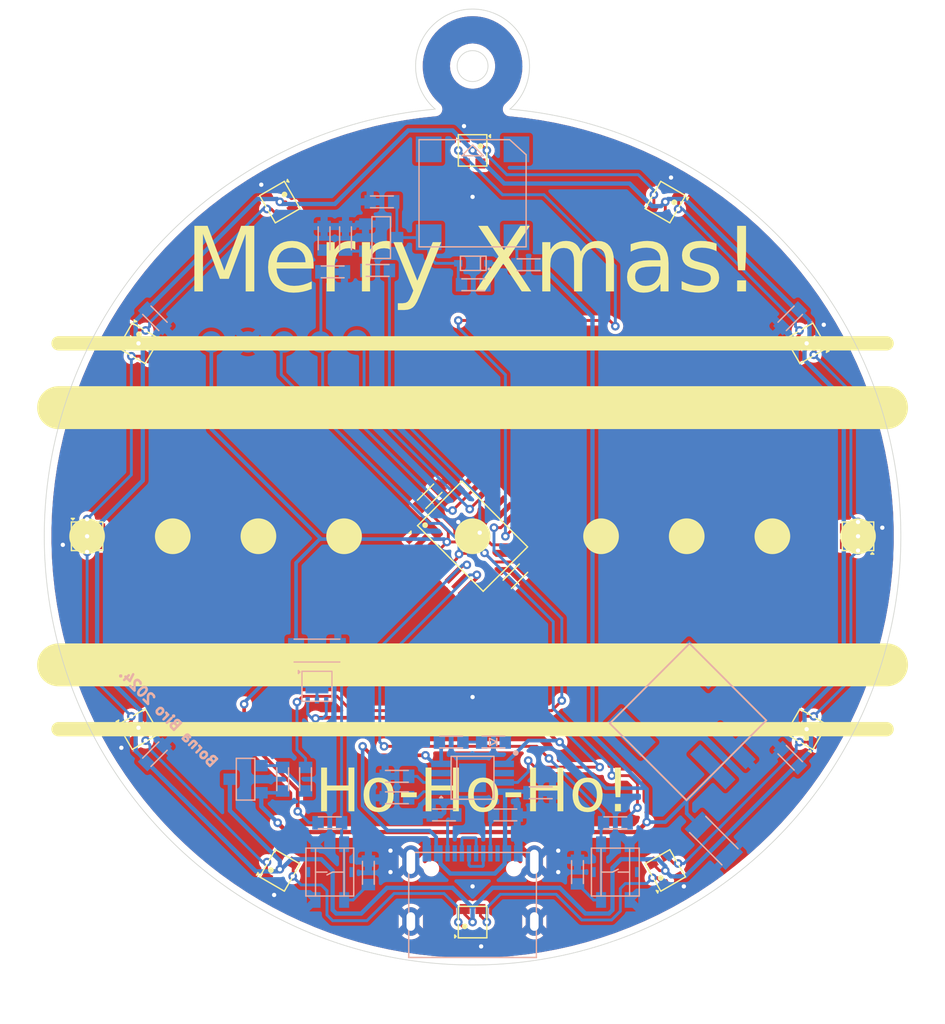
<source format=kicad_pcb>
(kicad_pcb (version 20240108) (generator "pcbnew") (generator_version "8.0")
  (layers (0 "F.Cu" signal) (31 "B.Cu" signal) (34 "B.Paste" user) (35 "F.Paste" user) (36 "B.SilkS" user "B.Silkscreen") (37 "F.SilkS" user "F.Silkscreen") (38 "B.Mask" user) (39 "F.Mask" user) (44 "Edge.Cuts" user))
  (net 0 "")
  (net 1 "GND")
  (net 2 "VDD")
  (net 3 "WS_SUPPLY")
  (net 4 "VBUS")
  (net 5 "Net-(CONN2-CC2)")
  (net 6 "Net-(CONN2-DP1)")
  (net 7 "Net-(CONN2-DN1)")
  (net 10 "Net-(CONN2-CC1)")
  (net 11 "Net-(IC1-PROG)")
  (net 12 "Net-(IC1-TEMP)")
  (net 14 "Net-(IC1-CHRG)")
  (net 15 "Net-(LED1-A)")
  (net 16 "/WS_DIN")
  (net 17 "Net-(LED2-DO)")
  (net 18 "Net-(LED3-DO)")
  (net 19 "Net-(LED4-DO)")
  (net 20 "Net-(LED5-DO)")
  (net 21 "Net-(LED6-DO)")
  (net 22 "Net-(C7-Pad2)")
  (net 23 "Net-(LED8-DO)")
  (net 24 "Net-(Q2-D)")
  (net 25 "Net-(Q2-G)")
  (net 26 "/BTN1")
  (net 27 "/BTN2")
  (net 28 "Net-(LED7-DO)")
  (net 30 "Net-(Q1-G)")
  (net 32 "/PERIPH_SUPPLY")
  (net 33 "/BUZZER")
  (net 35 "/RST")
  (net 37 "/SW_CLK")
  (net 38 "/SW_DIO")
  (net 48 "Net-(LED10-DI)")
  (net 49 "Net-(LED10-DO)")
  (net 50 "Net-(LED11-DO)")
  (net 51 "Net-(LED12-DO)")
  (net 53 "3V3")
  (footprint "Borna KiCAD Library:WS2812B-2020" (layer "F.Cu") (at 143.85 122.7 90)
    (property "Reference" "LED8")
    (property "Value" "WS2812B-2020")
  )
  (footprint "Borna KiCAD Library:WS2812B-2020" (layer "F.Cu") (at 120.467314 109.2 30)
    (property "Reference" "LED10")
    (property "Value" "WS2812B-2020")
  )
  (footprint "Borna KiCAD Library:WS2812B-2020" (layer "F.Cu") (at 167.232686 82.2 -150)
    (property "Reference" "LED4")
    (property "Value" "WS2812B-2020")
  )
  (footprint "Borna KiCAD Library:TSSOP20" (layer "F.Cu") (at 143.85 95.7 45)
    (property "Reference" "U1")
    (property "Value" "STM32C011F6")
  )
  (footprint "Borna KiCAD Library:R0603" (layer "F.Cu") (at 146.85 98.5 45)
    (property "Reference" "R13")
    (property "Value" "100k")
  )
  (footprint "Borna KiCAD Library:WS2812B-2020" (layer "F.Cu") (at 120.467314 82.2 -30)
    (property "Reference" "LED12")
    (property "Value" "WS2812B-2020")
  )
  (footprint "Borna KiCAD Library:WS2812B-2020" (layer "F.Cu") (at 116.85 95.7)
    (property "Reference" "LED11")
    (property "Value" "WS2812B-2020")
  )
  (footprint "Borna KiCAD Library:WS2812B-2020" (layer "F.Cu") (at 167.232686 109.2 150)
    (property "Reference" "LED6")
    (property "Value" "WS2812B-2020")
  )
  (footprint "Borna KiCAD Library:WS2812B-2020" (layer "F.Cu") (at 157.35 72.317314 -120)
    (property "Reference" "LED3")
    (property "Value" "WS2812B-2020")
  )
  (footprint "Borna KiCAD Library:C0603" (layer "F.Cu") (at 140.85 92.9 -135)
    (property "Reference" "C4")
    (property "Value" "100n")
  )
  (footprint "Borna KiCAD Library:WS2812B-2020" (layer "F.Cu") (at 130.35 72.317314 -60)
    (property "Reference" "LED13")
    (property "Value" "WS2812B-2020")
  )
  (footprint "Borna KiCAD Library:WS2812B-2020" (layer "F.Cu") (at 157.35 119.082686 120)
    (property "Reference" "LED7")
    (property "Value" "WS2812B-2020")
  )
  (footprint "Borna KiCAD Library:WS2812B-2020" (layer "F.Cu") (at 130.35 119.082686 60)
    (property "Reference" "LED9")
    (property "Value" "WS2812B-2020")
  )
  (footprint "Borna KiCAD Library:WS2812B-2020" (layer "F.Cu") (at 143.85 68.7 -90)
    (property "Reference" "LED2")
    (property "Value" "WS2812B-2020")
  )
  (footprint "Borna KiCAD Library:WS2812B-2020" (layer "F.Cu") (at 170.85 95.7 180)
    (property "Reference" "LED5")
    (property "Value" "WS2812B-2020")
  )
  (footprint "Borna KiCAD Library:TP-1_5mm" (layer "B.Cu") (at 133.19 82.1 180)
    (property "Reference" "TP3")
    (property "Value" "~")
  )
  (footprint "Borna KiCAD Library:TP-1_5mm" (layer "B.Cu") (at 125.55 82.1 180)
    (property "Reference" "TP2")
    (property "Value" "~")
  )
  (footprint "Borna KiCAD Library:C0603" (layer "B.Cu") (at 121.6 80.45 135)
    (property "Reference" "C12")
    (property "Value" "100n")
  )
  (footprint "Borna KiCAD Library:C0603" (layer "B.Cu") (at 148.625 113.65 180)
    (property "Reference" "C2")
    (property "Value" "100n")
  )
  (footprint "Borna KiCAD Library:R0603" (layer "B.Cu") (at 138.55 114)
    (property "Reference" "R2")
    (property "Value" "10k")
  )
  (footprint "Borna KiCAD Library:SOT-23-3L" (layer "B.Cu") (at 127.95 112.7 -90)
    (property "Reference" "Q1")
    (property "Value" "AO3401A")
  )
  (footprint "Borna KiCAD Library:TP-1_5mm" (layer "B.Cu") (at 130.65 82.1 180)
    (property "Reference" "TP5")
    (property "Value" "~")
  )
  (footprint "Borna KiCAD Library:JST_S2B-PH-SM4-TB" (layer "B.Cu") (at 161.381513 111.131513 -135)
    (property "Reference" "CONN1")
    (property "Value" "S2B-PH-SM4-TB")
  )
  (footprint "Borna KiCAD Library:R0603" (layer "B.Cu") (at 130.55 112.7 90)
    (property "Reference" "R6")
    (property "Value" "100k")
  )
  (footprint "Borna KiCAD Library:R0603" (layer "B.Cu") (at 142.35 110.1)
    (property "Reference" "R1")
    (property "Value" "10k")
  )
  (footprint "Borna KiCAD Library:C0603" (layer "B.Cu") (at 121.6 110.95 45)
    (property "Reference" "C5")
    (property "Value" "100n")
  )
  (footprint "Borna KiCAD Library:C1206" (layer "B.Cu") (at 132.95 103.7 180)
    (property "Reference" "C3")
    (property "Value" "10uF")
  )
  (footprint "Borna KiCAD Library:TP-1_5mm" (layer "B.Cu") (at 135.75 82 180)
    (property "Reference" "TP4")
    (property "Value" "~")
  )
  (footprint "Borna KiCAD Library:C0603" (layer "B.Cu") (at 137.5 72.3)
    (property "Reference" "C13")
    (property "Value" "DNP")
  )
  (footprint "Borna KiCAD Library:C1206" (layer "B.Cu") (at 160.75 117 135)
    (property "Reference" "C1")
    (property "Value" "10uF")
  )
  (footprint "Borna KiCAD Library:SOD323" (layer "B.Cu") (at 143.9 76.6)
    (property "Reference" "D1")
    (property "Value" "BAT20JFILM")
  )
  (footprint "Borna KiCAD Library:C0603" (layer "B.Cu") (at 151.2 119.2 -90)
    (property "Reference" "C9")
    (property "Value" "100n")
  )
  (footprint "Borna KiCAD Library:TYPE-C_16PIN_2MD(073)" (layer "B.Cu") (at 143.85 121.5 180)
    (property "Reference" "CONN2")
    (property "Value" "TYPE-C_16PIN_2MD(073)")
  )
  (footprint "Borna KiCAD Library:C0603" (layer "B.Cu") (at 133.45 74.85 -90)
    (property "Reference" "C8")
    (property "Value" "DNP")
  )
  (footprint "Borna KiCAD Library:C0603" (layer "B.Cu") (at 136.55 119.25 -90)
    (property "Reference" "C10")
    (property "Value" "100n")
  )
  (footprint "Borna KiCAD Library:R0603" (layer "B.Cu") (at 134.05 77.2)
    (property "Reference" "R14")
    (property "Value" "100k")
  )
  (footprint "Borna KiCAD Library:R0603" (layer "B.Cu") (at 137.2 77.1)
    (property "Reference" "R8")
    (property "Value" "100R")
  )
  (footprint "Borna KiCAD Library:EMSOP" (layer "B.Cu") (at 143.85 112.6)
    (property "Reference" "IC1")
    (property "Value" "TP4056-42")
  )
  (footprint "Borna KiCAD Library:R0603" (layer "B.Cu") (at 147.775 76.7 180)
    (property "Reference" "R10")
    (property "Value" "22R")
  )
  (footprint "Borna KiCAD Library:TSA007A1518B03" (layer "B.Cu") (at 133.85 119.2 -90)
    (property "Reference" "SW1")
    (property "Value" "BZCN_TSA007A1518B03")
  )
  (footprint "Borna KiCAD Library:WSON-6" (layer "B.Cu") (at 132.95 106.2 -90)
    (property "Reference" "U2")
    (property "Value" "TPS7A2633DRVR")
  )
  (footprint "Borna KiCAD Library:R0603" (layer "B.Cu") (at 138.55 112.5)
    (property "Reference" "R3")
    (property "Value" "10k")
  )
  (footprint "Borna KiCAD Library:SOT-23-3L" (layer "B.Cu") (at 137.45 74.8 90)
    (property "Reference" "Q2")
    (property "Value" "CJ3400")
  )
  (footprint "Borna KiCAD Library:R0603" (layer "B.Cu") (at 133.85 115.75)
    (property "Reference" "R12")
    (property "Value" "10k")
  )
  (footprint "Borna KiCAD Library:R0603" (layer "B.Cu") (at 153.85 115.75 180)
    (property "Reference" "R11")
    (property "Value" "10k")
  )
  (footprint "Borna KiCAD Library:LED_0603" (layer "B.Cu") (at 145.35 110.0965)
    (property "Reference" "LED1")
    (property "Value" "~")
  )
  (footprint "Borna KiCAD Library:R0603" (layer "B.Cu") (at 132.15 112.7 90)
    (property "Reference" "R7")
    (property "Value" "100R")
  )
  (footprint "Borna KiCAD Library:R0603" (layer "B.Cu") (at 134.95 74.85 90)
    (property "Reference" "R9")
    (property "Value" "100k")
  )
  (footprint "Borna KiCAD Library:TSA007A1518B03" (layer "B.Cu") (at 153.85 119.2 90)
    (property "Reference" "SW2")
    (property "Value" "BZCN_TSA007A1518B03")
  )
  (footprint "Borna KiCAD Library:C0603" (layer "B.Cu") (at 166.1 80.45 -135)
    (property "Reference" "C6")
    (property "Value" "100n")
  )
  (footprint "Borna KiCAD Library:R0603" (layer "B.Cu") (at 141.85 115.2)
    (property "Reference" "R5")
    (property "Value" "5k1")
  )
  (footprint "Borna KiCAD Library:C0603" (layer "B.Cu") (at 166.1 111.2 135)
    (property "Reference" "C11")
    (property "Value" "100n")
  )
  (footprint "Borna KiCAD Library:TP-1_5mm" (layer "B.Cu") (at 128.11 82.1 180)
    (property "Reference" "TP1")
    (property "Value" "~")
  )
  (footprint "Borna KiCAD Library:MTL-7525" (layer "B.Cu") (at 143.85 71.7 90)
    (property "Reference" "SPK1")
    (property "Value" "MLT-7525")
  )
  (footprint "Borna KiCAD Library:R0603" (layer "B.Cu") (at 146.15 115.2 180)
    (property "Reference" "R4")
    (property "Value" "5k1")
  )
  (footprint "Borna KiCAD Library:C0603" (layer "B.Cu") (at 143.9 78.1)
    (property "Reference" "C7")
    (property "Value" "10n")
  )
  (gr_circle (center 122.85 95.7) (end 124.05 95.7) (stroke (width 0.1)) (fill solid) (layer "F.SilkS"))
  (gr_line (start 114.85 104.7) (end 172.85 104.7) (stroke (width 3)) (layer "F.SilkS"))
  (gr_circle (center 170.85 95.7) (end 172.05 95.7) (stroke (width 0.1)) (fill solid) (layer "F.SilkS"))
  (gr_line (start 114.85 82.2) (end 172.85 82.2) (stroke (width 1)) (layer "F.SilkS"))
  (gr_circle (center 134.85 95.7) (end 136.05 95.7) (stroke (width 0.1)) (fill solid) (layer "F.SilkS"))
  (gr_circle (center 143.85 95.7) (end 145.05 95.7) (stroke (width 0.1)) (fill solid) (layer "F.SilkS"))
  (gr_circle (center 152.85 95.7) (end 154.05 95.7) (stroke (width 0.1)) (fill solid) (layer "F.SilkS"))
  (gr_line (start 114.85 109.2) (end 172.85 109.2) (stroke (width 1)) (layer "F.SilkS"))
  (gr_line (start 114.85 86.7) (end 172.85 86.7) (stroke (width 3)) (layer "F.SilkS"))
  (gr_circle (center 158.85 95.7) (end 160.05 95.7) (stroke (width 0.1)) (fill solid) (layer "F.SilkS"))
  (gr_circle (center 128.85 95.7) (end 130.05 95.7) (stroke (width 0.1)) (fill solid) (layer "F.SilkS"))
  (gr_circle (center 116.85 95.7) (end 118.05 95.7) (stroke (width 0.1)) (fill solid) (layer "F.SilkS"))
  (gr_circle (center 164.85 95.7) (end 166.05 95.7) (stroke (width 0.1)) (fill solid) (layer "F.SilkS"))
  (gr_arc (start 146.46467 65.8142) (mid 143.85 125.699987) (end 141.23533 65.8142) (stroke (width 0.05)) (layer "Edge.Cuts"))
  (gr_arc (start 141.23533 65.814199) (mid 143.849999 58.809775) (end 146.464671 65.814198) (stroke (width 0.05)) (layer "Edge.Cuts"))
  (gr_circle (center 143.85 62.8) (end 144.75 63.4) (stroke (width 0.05)) (fill none) (layer "Edge.Cuts"))
  (gr_text "Borna Biro 2024." (at 122.25 108.7 315) (layer "B.SilkS") (effects (font (size 0.7 0.7) (thickness 0.175) (bold yes)) (justify bottom mirror)))
  (gr_text "Merry Xmas!" (at 143.85 76.7 0) (layer "F.SilkS") (effects (font (size 4.5 4.5) (thickness 0.1))))
  (gr_text "Ho-Ho-Ho!" (at 143.85 113.7 0) (layer "F.SilkS") (effects (font (size 3 3) (thickness 0.1))))
  (via (at 129.05 71.1) (size 0.6) (drill 0.3) (layers "F.Cu" "B.Cu") (net 1))
  (via (at 168.45 80.9) (size 0.6) (drill 0.3) (layers "F.Cu" "B.Cu") (net 1))
  (via (at 115.15 96.3) (size 0.6) (drill 0.3) (layers "F.Cu" "B.Cu") (net 1))
  (via (at 172.55 95.1) (size 0.6) (drill 0.3) (layers "F.Cu" "B.Cu") (net 1))
  (via (at 157.75 70.6) (size 0.6) (drill 0.3) (layers "F.Cu" "B.Cu") (net 1))
  (via (at 138.1 117.7) (size 0.6) (drill 0.3) (layers "F.Cu" "B.Cu") (net 1))
  (via (at 138.1 119.2) (size 0.6) (drill 0.3) (layers "F.Cu" "B.Cu") (net 1))
  (via (at 143.85 120.2) (size 0.6) (drill 0.3) (layers "F.Cu" "B.Cu") (net 1))
  (via (at 149.85 119.2) (size 0.6) (drill 0.3) (layers "F.Cu" "B.Cu") (net 1))
  (via (at 158.65 120.2) (size 0.6) (drill 0.3) (layers "F.Cu" "B.Cu") (net 1))
  (via (at 119.25 110.5) (size 0.6) (drill 0.3) (layers "F.Cu" "B.Cu") (net 1))
  (via (at 149.85 117.7) (size 0.6) (drill 0.3) (layers "F.Cu" "B.Cu") (net 1))
  (via (at 144.45 124.4) (size 0.6) (drill 0.3) (layers "F.Cu" "B.Cu") (net 1))
  (via (at 143.25 67) (size 0.6) (drill 0.3) (layers "F.Cu" "B.Cu") (net 1))
  (via (at 142.85 94.7) (size 0.6) (drill 0.3) (layers "F.Cu" "B.Cu") (net 1))
  (via (at 143.85 71.95) (size 0.6) (drill 0.3) (layers "F.Cu" "B.Cu") (net 1))
  (via (at 143.85 106.95) (size 0.6) (drill 0.3) (layers "F.Cu" "B.Cu") (net 1))
  (via (at 129.95 120.8) (size 0.6) (drill 0.3) (layers "F.Cu" "B.Cu") (net 1))
  (segment (start 133.35 106.2) (end 134.1 106.2) (width 0.2) (layer "B.Cu") (net 1))
  (segment (start 132.95 106.2) (end 132.6 106.2) (width 0.2) (layer "B.Cu") (net 1))
  (segment (start 132.6 106.2) (end 131.85 106.2) (width 0.2) (layer "B.Cu") (net 1))
  (segment (start 132.95 106.2) (end 133.35 106.2) (width 0.2) (layer "B.Cu") (net 1))
  (segment (start 141.65 112.275) (end 140.675 112.275) (width 0.3) (layer "B.Cu") (net 1))
  (segment (start 140.675 112.275) (end 140.65 112.3) (width 0.3) (layer "B.Cu") (net 1))
  (segment (start 132.95 107.175) (end 132.95 106.2) (width 0.2) (layer "B.Cu") (net 1))
  (segment (start 122.114471 110.315942) (end 122.114471 110.3375) (width 0.2) (layer "B.Cu") (net 1))
  (segment (start 132.9 108.4) (end 148.1255 108.4) (width 0.256) (layer "F.Cu") (net 2))
  (segment (start 130.85 116.4) (end 155.35 116.4) (width 0.3) (layer "F.Cu") (net 2))
  (segment (start 149.8255 110.1) (end 149.95 110.1) (width 0.256) (layer "F.Cu") (net 2))
  (segment (start 148.1255 108.4) (end 149.8255 110.1) (width 0.256) (layer "F.Cu") (net 2))
  (segment (start 132.85 108.45) (end 132.9 108.4) (width 0.256) (layer "F.Cu") (net 2))
  (segment (start 155.35 116.4) (end 156.05 115.7) (width 0.3) (layer "F.Cu") (net 2))
  (segment (start 130.2 115.75) (end 130.85 116.4) (width 0.3) (layer "F.Cu") (net 2))
  (via (at 156.05 115.7) (size 0.6) (drill 0.3) (layers "F.Cu" "B.Cu") (net 2))
  (via (at 132.85 108.45) (size 0.6) (drill 0.3) (layers "F.Cu" "B.Cu") (net 2))
  (via (at 130.2 115.75) (size 0.6) (drill 0.3) (layers "F.Cu" "B.Cu") (net 2))
  (via (at 149.95 110.1) (size 0.6) (drill 0.3) (layers "F.Cu" "B.Cu") (net 2))
  (segment (start 132.85 108.45) (end 132.6 108.45) (width 0.2) (layer "B.Cu") (net 2))
  (segment (start 160.674406 111.83862) (end 160.674406 112.375594) (width 0.256) (layer "B.Cu") (net 2))
  (segment (start 148.6 76.7) (end 152.25 80.35) (width 0.3) (layer "B.Cu") (net 2))
  (segment (start 132.85 108.45) (end 133.35 108.45) (width 0.2) (layer "B.Cu") (net 2))
  (segment (start 152.25 80.35) (end 152.25 109.6) (width 0.3) (layer "B.Cu") (net 2))
  (segment (start 132.3 108.15) (end 132.3 107.175) (width 0.2) (layer "B.Cu") (net 2))
  (segment (start 156.05 115.7) (end 157.35 115.7) (width 0.256) (layer "B.Cu") (net 2))
  (segment (start 133.6 108.2) (end 133.6 107.175) (width 0.2) (layer "B.Cu") (net 2))
  (segment (start 156 115.75) (end 156.05 115.7) (width 0.256) (layer "B.Cu") (net 2))
  (segment (start 146.05 111.625) (end 146.125 111.625) (width 0.256) (layer "B.Cu") (net 2))
  (segment (start 155.978 113.328) (end 156.05 113.4) (width 0.256) (layer "B.Cu") (net 2))
  (segment (start 157.35 115.7) (end 158.85 114.2) (width 0.256) (layer "B.Cu") (net 2))
  (segment (start 156.05 113.4) (end 156.05 115.7) (width 0.3) (layer "B.Cu") (net 2))
  (segment (start 149.95 110.1) (end 153.178 113.328) (width 0.256) (layer "B.Cu") (net 2))
  (segment (start 129.05 114.6) (end 129.05 113.649999) (width 0.3) (layer "B.Cu") (net 2))
  (segment (start 149.85 110) (end 149.95 110.1) (width 0.256) (layer "B.Cu") (net 2))
  (segment (start 130.2 115.75) (end 129.05 114.6) (width 0.3) (layer "B.Cu") (net 2))
  (segment (start 158.85 115.1) (end 159.715856 115.965856) (width 0.256) (layer "B.Cu") (net 2))
  (segment (start 160.674406 112.375594) (end 158.85 114.2) (width 0.256) (layer "B.Cu") (net 2))
  (segment (start 130.2 115.75) (end 130.25 115.75) (width 0.256) (layer "B.Cu") (net 2))
  (segment (start 147.75 110) (end 149.85 110) (width 0.256) (layer "B.Cu") (net 2))
  (segment (start 133.35 108.45) (end 133.6 108.2) (width 0.2) (layer "B.Cu") (net 2))
  (segment (start 132.6 108.45) (end 132.3 108.15) (width 0.2) (layer "B.Cu") (net 2))
  (segment (start 158.85 114.2) (end 158.85 115.1) (width 0.256) (layer "B.Cu") (net 2))
  (segment (start 130.425001 113.649999) (end 130.55 113.525) (width 0.256) (layer "B.Cu") (net 2))
  (segment (start 129.05 113.649999) (end 130.425001 113.649999) (width 0.256) (layer "B.Cu") (net 2))
  (segment (start 152.25 109.6) (end 156.05 113.4) (width 0.3) (layer "B.Cu") (net 2))
  (segment (start 153.178 113.328) (end 155.978 113.328) (width 0.256) (layer "B.Cu") (net 2))
  (segment (start 146.125 111.625) (end 147.75 110) (width 0.256) (layer "B.Cu") (net 2))
  (segment (start 117.765 95.15) (end 117.4 95.15) (width 0.2) (layer "F.Cu") (net 3))
  (segment (start 120.45 109.1) (end 120.45 108.800913) (width 0.2) (layer "F.Cu") (net 3))
  (segment (start 167.25 82.2) (end 167.25 82.599087) (width 0.2) (layer "F.Cu") (net 3))
  (segment (start 130.35 118.034087) (end 130.331186 118.015273) (width 0.2) (layer "F.Cu") (net 3))
  (segment (start 130.35 119) (end 130.35 118.034087) (width 0.2) (layer "F.Cu") (net 3))
  (segment (start 167.231186 109.218814) (end 167.25 109.2) (width 0.2) (layer "F.Cu") (net 3))
  (segment (start 156.950913 119.1) (end 156.416186 118.565273) (width 0.2) (layer "F.Cu") (net 3))
  (segment (start 169.935 96.25) (end 170.3 96.25) (width 0.2) (layer "F.Cu") (net 3))
  (segment (start 117.4 95.15) (end 116.85 95.7) (width 0.2) (layer "F.Cu") (net 3))
  (segment (start 157.35 119.1) (end 156.950913 119.1) (width 0.2) (layer "F.Cu") (net 3))
  (segment (start 143.85 68.7) (end 144.4 69.25) (width 0.2) (layer "F.Cu") (net 3))
  (segment (start 121.534727 82.181186) (end 120.468814 82.181186) (width 0.2) (layer "F.Cu") (net 3))
  (segment (start 167.25 82.599087) (end 166.715273 83.133814) (width 0.2) (layer "F.Cu") (net 3))
  (segment (start 144.4 69.25) (end 144.4 69.615) (width 0.2) (layer "F.Cu") (net 3))
  (segment (start 166.165273 109.218814) (end 167.231186 109.218814) (width 0.2) (layer "F.Cu") (net 3))
  (segment (start 130.749087 72.3) (end 131.283814 72.834727) (width 0.2) (layer "F.Cu") (net 3))
  (segment (start 157.35 73.365913) (end 157.368814 73.384727) (width 0.2) (layer "F.Cu") (net 3))
  (segment (start 120.468814 82.181186) (end 120.45 82.2) (width 0.2) (layer "F.Cu") (net 3))
  (segment (start 130.35 72.3) (end 130.749087 72.3) (width 0.2) (layer "F.Cu") (net 3))
  (segment (start 170.3 96.25) (end 170.85 95.7) (width 0.2) (layer "F.Cu") (net 3))
  (segment (start 143.85 122.7) (end 143.3 122.15) (width 0.2) (layer "F.Cu") (net 3))
  (segment (start 143.3 122.15) (end 143.3 121.785) (width 0.2) (layer "F.Cu") (net 3))
  (segment (start 157.35 72.3) (end 157.35 73.365913) (width 0.2) (layer "F.Cu") (net 3))
  (segment (start 120.45 108.800913) (end 120.984727 108.266186) (width 0.2) (layer "F.Cu") (net 3))
  (via (at 170.85 95.7) (size 0.6) (drill 0.3) (layers "F.Cu" "B.Cu") (net 3))
  (via (at 120.45 82.2) (size 0.6) (drill 0.3) (layers "F.Cu" "B.Cu") (net 3))
  (via (at 143.85 122.7) (size 0.6) (drill 0.3) (layers "F.Cu" "B.Cu") (net 3))
  (via (at 130.35 119) (size 0.6) (drill 0.3) (layers "F.Cu" "B.Cu") (net 3))
  (via (at 130.35 72.3) (size 0.6) (drill 0.3) (layers "F.Cu" "B.Cu") (net 3))
  (via (at 116.85 95.7) (size 0.6) (drill 0.3) (layers "F.Cu" "B.Cu") (net 3))
  (via (at 157.35 72.3) (size 0.6) (drill 0.3) (layers "F.Cu" "B.Cu") (net 3))
  (via (at 120.45 109.1) (size 0.6) (drill 0.3) (layers "F.Cu" "B.Cu") (net 3))
  (via (at 167.25 109.2) (size 0.6) (drill 0.3) (layers "F.Cu" "B.Cu") (net 3))
  (via (at 143.85 68.7) (size 0.6) (drill 0.3) (layers "F.Cu" "B.Cu") (net 3))
  (via (at 157.35 119.1) (size 0.6) (drill 0.3) (layers "F.Cu" "B.Cu") (net 3))
  (via (at 167.25 82.2) (size 0.6) (drill 0.3) (layers "F.Cu" "B.Cu") (net 3))
  (segment (start 130.5 72.45) (end 130.35 72.3) (width 0.3) (layer "B.Cu") (net 3))
  (segment (start 158.75 72.1) (end 166.8375 80.1875) (width 0.3) (layer "B.Cu") (net 3))
  (segment (start 120.25 80.623029) (end 120.685529 80.1875) (width 0.3) (layer "B.Cu") (net 3))
  (segment (start 120.75 91.8) (end 116.85 95.7) (width 0.3) (layer "B.Cu") (net 3))
  (segment (start 156.430761 72.6) (end 154.85 71.019239) (width 0.3) (layer "B.Cu") (net 3))
  (segment (start 157.35 72.3) (end 157.05 72.6) (width 0.3) (layer "B.Cu") (net 3))
  (segment (start 167.064471 111.185529) (end 167.064471 111.1625) (width 0.2) (layer "B.Cu") (net 3))
  (segment (start 130.2 119.15) (end 128.673028 119.15) (width 0.3) (layer "B.Cu") (net 3))
  (segment (start 134.05 119.1) (end 133.25 118.3) (width 0.3) (layer "B.Cu") (net 3))
  (segment (start 167.362194 80.535224) (end 167.01447 80.1875) (width 0.2) (layer "B.Cu") (net 3))
  (segment (start 157.35 119.1) (end 157.75 119.5) (width 0.3) (layer "B.Cu") (net 3))
  (segment (start 120.25 110.726971) (end 120.337805 110.814776) (width 0.3) (layer "B.Cu") (net 3))
  (segment (start 170.85 95.7) (end 169.85 94.7) (width 0.3) (layer "B.Cu") (net 3))
  (segment (start 130.35 119) (end 130.2 119.15) (width 0.3) (layer "B.Cu") (net 3))
  (segment (start 134.2 72.45) (end 130.5 72.45) (width 0.3) (layer "B.Cu") (net 3))
  (segment (start 153.65 121.85) (end 153.65 118.9) (width 0.3) (layer "B.Cu") (net 3))
  (segment (start 120.55 82.3) (end 120.75 82.5) (width 0.3) (layer "B.Cu") (net 3))
  (segment (start 130.35 118.4) (end 130.35 119) (width 0.3) (layer "B.Cu") (net 3))
  (segment (start 167.1 108.025735) (end 167.1 109.05) (width 0.3) (layer "B.Cu") (net 3))
  (segment (start 154.85 71.019239) (end 146.069239 71.019239) (width 0.3) (layer "B.Cu") (net 3))
  (segment (start 167.362194 81.987806) (end 167.45 81.9) (width 0.3) (layer "B.Cu") (net 3))
  (segment (start 167.1 83.35) (end 167.1 82.35) (width 0.3) (layer "B.Cu") (net 3))
  (segment (start 134.3 122.1) (end 134.05 121.85) (width 0.3) (layer "B.Cu") (net 3))
  (segment (start 167.15 82.3) (end 167.25 82.2) (width 0.2) (layer "B.Cu") (net 3))
  (segment (start 128.623028 119.1) (end 128.586514 119.063486) (width 0.2) (layer "B.Cu") (net 3))
  (segment (start 143.85 68.7) (end 143.85 68.8) (width 0.2) (layer "B.Cu") (net 3))
  (segment (start 120.337805 109.212195) (end 120.25 109.3) (width 0.3) (layer "B.Cu") (net 3))
  (segment (start 134.05 121.85) (end 134.05 119.1) (width 0.3) (layer "B.Cu") (net 3))
  (segment (start 139.35 67.3) (end 134.2 72.45) (width 0.3) (layer "B.Cu") (net 3))
  (segment (start 157.55 72.1) (end 158.75 72.1) (width 0.3) (layer "B.Cu") (net 3))
  (segment (start 143.85 121.7) (end 142.45 120.3) (width 0.3) (layer "B.Cu") (net 3))
  (segment (start 126.850001 114.900001) (end 130.35 118.4) (width 0.3) (layer "B.Cu") (net 3))
  (segment (start 120.45 82.2) (end 120.35 82.1) (width 0.2) (layer "B.Cu") (net 3))
  (segment (start 120.25 82) (end 120.25 80.623029) (width 0.3) (layer "B.Cu") (net 3))
  (segment (start 142.45 120.3) (end 137.85 120.3) (width 0.3) (layer "B.Cu") (net 3))
  (segment (start 120.685529 80.1875) (end 128.773029 72.1) (width 0.3) (layer "B.Cu") (net 3))
  (segment (start 131.15 118.3) (end 130.45 119) (width 0.3) (layer "B.Cu") (net 3))
  (segment (start 151.75 122.1) (end 153.4 122.1) (width 0.3) (layer "B.Cu") (net 3))
  (segment (start 130.15 72.1) (end 130.25 72.2) (width 0.3) (layer "B.Cu") (net 3))
  (segment (start 143.85 68.7) (end 142.45 67.3) (width 0.3) (layer "B.Cu") (net 3))
  (segment (start 167.35 80.52303) (end 167.01447 80.1875) (width 0.3) (layer "B.Cu") (net 3))
  (segment (start 149.95 120.3) (end 151.75 122.1) (width 0.3) (layer "B.Cu") (net 3))
  (segment (start 157.05 72.6) (end 156.430761 72.6) (width 0.3) (layer "B.Cu") (net 3))
  (segment (start 167.25 82.1) (end 167.362194 81.987806) (width 0.2) (layer "B.Cu") (net 3))
  (segment (start 156.85 118.3) (end 157.35 118.8) (width 0.3) (layer "B.Cu") (net 3))
  (segment (start 120.45 82.2) (end 120.55 82.3) (width 0.2) (layer "B.Cu") (net 3))
  (segment (start 137.85 120.3) (end 136.05 122.1) (width 0.3) (layer "B.Cu") (net 3))
  (segment (start 133.25 118.3) (end 131.15 118.3) (width 0.3) (layer "B.Cu") (net 3))
  (segment (start 167.25 109.2) (end 167.15 109.1) (width 0.2) (layer "B.Cu") (net 3))
  (segment (start 167.064471 111.1625) (end 167.55 110.676971) (width 0.3) (layer "B.Cu") (net 3))
  (segment (start 120.6 107.901471) (end 120.6 108.95) (width 0.3) (layer "B.Cu") (net 3))
  (segment (start 167.1 109.05) (end 167.25 109.2) (width 0.3) (layer "B.Cu") (net 3))
  (segment (start 158.75 119.5) (end 167.064471 111.185529) (width 0.3) (layer "B.Cu") (net 3))
  (segment (start 143.85 122.7) (end 143.85 121.7) (width 0.3) (layer "B.Cu") (net 3))
  (segment (start 120.25 109.3) (end 120.25 110.726971) (width 0.3) (layer "B.Cu") (net 3))
  (segment (start 117.55 96.4) (end 116.85 95.7) (width 0.3) (layer "B.Cu") (net 3))
  (segment (start 142.45 67.3) (end 139.35 67.3) (width 0.3) (layer "B.Cu") (net 3))
  (segment (start 153.4 122.1) (end 153.65 121.85) (width 0.3) (layer "B.Cu") (net 3))
  (segment (start 145.25 120.3) (end 149.95 120.3) (width 0.3) (layer "B.Cu") (net 3))
  (segment (start 120.75 82.5) (end 120.75 91.8) (width 0.3) (layer "B.Cu") (net 3))
  (segment (start 153.65 118.9) (end 154.25 118.3) (width 0.3) (layer "B.Cu") (net 3))
  (segment (start 128.673028 119.15) (end 128.586514 119.063486) (width 0.3) (layer "B.Cu") (net 3))
  (segment (start 120.35 82.1) (end 120.25 82) (width 0.3) (layer "B.Cu") (net 3))
  (segment (start 157.75 119.5) (end 158.75 119.5) (width 0.3) (layer "B.Cu") (net 3))
  (segment (start 169.85 94.7) (end 169.85 86.1) (width 0.3) (layer "B.Cu") (net 3))
  (segment (start 120.6 108.95) (end 120.45 109.1) (width 0.3) (layer "B.Cu") (net 3))
  (segment (start 167.45 81.9) (end 167.45 80.62303) (width 0.3) (layer "B.Cu") (net 3))
  (segment (start 128.773029 72.1) (end 130.15 72.1) (width 0.3) (layer "B.Cu") (net 3))
  (segment (start 167.1 82.35) (end 167.25 82.2) (width 0.3) (layer "B.Cu") (net 3))
  (segment (start 169.85 86.1) (end 167.1 83.35) (width 0.3) (layer "B.Cu") (net 3))
  (segment (start 157.45 72.2) (end 157.55 72.1) (width 0.3) (layer "B.Cu") (net 3))
  (segment (start 167.45 80.62303) (end 167.362194 80.535224) (width 0.3) (layer "B.Cu") (net 3))
  (segment (start 120.685529 111.1625) (end 128.586514 119.063486) (width 0.3) (layer "B.Cu") (net 3))
  (segment (start 117.55 104.851471) (end 117.55 96.4) (width 0.3) (layer "B.Cu") (net 3))
  (segment (start 143.85 122.7) (end 143.75 122.7) (width 0.2) (layer "B.Cu") (net 3))
  (segment (start 120.45 109.1) (end 120.55 109) (width 0.2) (layer "B.Cu") (net 3))
  (segment (start 167.25 82.2) (end 167.25 82.1) (width 0.2) (layer "B.Cu") (net 3))
  (segment (start 136.05 122.1) (end 134.3 122.1) (width 0.3) (layer "B.Cu") (net 3))
  (segment (start 167.55 110.676971) (end 167.55 109.5) (width 0.3) (layer "B.Cu") (net 3))
  (segment (start 169.85 105.275735) (end 167.1 108.025735) (width 0.3) (layer "B.Cu") (net 3))
  (segment (start 166.8375 80.1875) (end 167.01447 80.1875) (width 0.2) (layer "B.Cu") (net 3))
  (segment (start 120.45 109.1) (end 120.337805 109.212195) (width 0.2) (layer "B.Cu") (net 3))
  (segment (start 157.35 118.8) (end 157.35 119.1) (width 0.3) (layer "B.Cu") (net 3))
  (segment (start 143.85 121.7) (end 145.25 120.3) (width 0.3) (layer "B.Cu") (net 3))
  (segment (start 130.35 72.3) (end 130.45 72.4) (width 0.2) (layer "B.Cu") (net 3))
  (segment (start 157.25 72.4) (end 157.35 72.3) (width 0.2) (layer "B.Cu") (net 3))
  (segment (start 120.337805 110.814776) (end 120.685529 111.1625) (width 0.256) (layer "B.Cu") (net 3))
  (segment (start 130.35 119) (end 130.45 119) (width 0.2) (layer "B.Cu") (net 3))
  (segment (start 116.85 95.7) (end 116.85 95.9) (width 0.2) (layer "B.Cu") (net 3))
  (segment (start 157.35 72.3) (end 157.45 72.2) (width 0.2) (layer "B.Cu") (net 3))
  (segment (start 117.55 104.851471) (end 120.6 107.901471) (width 0.3) (layer "B.Cu") (net 3))
  (segment (start 169.85 94.7) (end 169.85 105.275735) (width 0.3) (layer "B.Cu") (net 3))
  (segment (start 126.850001 112.7) (end 126.850001 114.900001) (width 0.3) (layer "B.Cu") (net 3))
  (segment (start 154.25 118.3) (end 156.85 118.3) (width 0.3) (layer "B.Cu") (net 3))
  (segment (start 130.25 72.2) (end 130.35 72.3) (width 0.2) (layer "B.Cu") (net 3))
  (segment (start 146.069239 71.019239) (end 143.85 68.8) (width 0.3) (layer "B.Cu") (net 3))
  (segment (start 167.55 109.5) (end 167.25 109.2) (width 0.3) (layer "B.Cu") (net 3))
  (segment (start 140.55 111.028) (end 136.778 111.028) (width 0.256) (layer "F.Cu") (net 4))
  (segment (start 136.778 111.028) (end 136.15 110.4) (width 0.256) (layer "F.Cu") (net 4))
  (via (at 136.15 110.4) (size 0.6) (drill 0.3) (layers "F.Cu" "B.Cu") (net 4))
  (via (at 140.55 111.028) (size 0.6) (drill 0.3) (layers "F.Cu" "B.Cu") (net 4))
  (segment (start 140.55 111.028) (end 141.147 111.625) (width 0.256) (layer "B.Cu") (net 4))
  (segment (start 146.1 117.89) (end 146.1 118.610051) (width 0.3) (layer "B.Cu") (net 4))
  (segment (start 140.85 116.3) (end 141.3 116.75) (width 0.256) (layer "B.Cu") (net 4))
  (segment (start 145.410051 119.3) (end 142.289949 119.3) (width 0.3) (layer "B.Cu") (net 4))
  (segment (start 146.125 113.65) (end 146.125 117.865) (width 0.3) (layer "B.Cu") (net 4))
  (segment (start 146.05 113.575) (end 147.725 113.575) (width 0.3) (layer "B.Cu") (net 4))
  (segment (start 136.15 110.4) (end 136.15 114.55) (width 0.256) (layer "B.Cu") (net 4))
  (segment (start 136.15 114.55) (end 137.9 116.3) (width 0.256) (layer "B.Cu") (net 4))
  (segment (start 146.1 118.610051) (end 145.410051 119.3) (width 0.3) (layer "B.Cu") (net 4))
  (segment (start 141.147 111.625) (end 141.65 111.625) (width 0.256) (layer "B.Cu") (net 4))
  (segment (start 146.125 117.865) (end 146.1 117.89) (width 0.3) (layer "B.Cu") (net 4))
  (segment (start 141.6 118.610051) (end 141.6 117.89) (width 0.3) (layer "B.Cu") (net 4))
  (segment (start 147.725 113.575) (end 147.8 113.65) (width 0.3) (layer "B.Cu") (net 4))
  (segment (start 146.05 113.575) (end 146.125 113.65) (width 0.3) (layer "B.Cu") (net 4))
  (segment (start 141.3 116.75) (end 141.3 117.89) (width 0.256) (layer "B.Cu") (net 4))
  (segment (start 142.289949 119.3) (end 141.6 118.610051) (width 0.3) (layer "B.Cu") (net 4))
  (segment (start 141.65 110.15) (end 141.6 110.1) (width 0.256) (layer "B.Cu") (net 4))
  (segment (start 137.9 116.3) (end 140.85 116.3) (width 0.256) (layer "B.Cu") (net 4))
  (segment (start 141.65 111.625) (end 141.65 110.15) (width 0.256) (layer "B.Cu") (net 4))
  (segment (start 142.15 115.5) (end 142.1 115.55) (width 0.256) (layer "B.Cu") (net 5))
  (segment (start 142.1 115.55) (end 142.1 117.89) (width 0.2) (layer "B.Cu") (net 5))
  (segment (start 143.1 116.85) (end 143.1 117.89) (width 0.2) (layer "B.Cu") (net 6))
  (segment (start 144.1 116.85) (end 144.05 116.8) (width 0.2) (layer "B.Cu") (net 6))
  (segment (start 143.15 116.8) (end 143.1 116.85) (width 0.2) (layer "B.Cu") (net 6))
  (segment (start 144.1 117.89) (end 144.1 116.85) (width 0.2) (layer "B.Cu") (net 6))
  (segment (start 144.05 116.8) (end 143.15 116.8) (width 0.2) (layer "B.Cu") (net 6))
  (segment (start 143.69 118.8) (end 143.6 118.71) (width 0.2) (layer "B.Cu") (net 7))
  (segment (start 143.6 118.71) (end 143.6 117.89) (width 0.2) (layer "B.Cu") (net 7))
  (segment (start 144.6 118.75) (end 144.55 118.8) (width 0.2) (layer "B.Cu") (net 7))
  (segment (start 144.55 118.8) (end 143.69 118.8) (width 0.2) (layer "B.Cu") (net 7))
  (segment (start 144.6 117.89) (end 144.6 118.75) (width 0.2) (layer "B.Cu") (net 7))
  (segment (start 145.1 117.89) (end 145.1 115.775) (width 0.2) (layer "B.Cu") (net 10))
  (segment (start 145.1 115.775) (end 145.375 115.5) (width 0.256) (layer "B.Cu") (net 10))
  (segment (start 140.4 112.925) (end 139.975 112.5) (width 0.2) (layer "B.Cu") (net 11))
  (segment (start 139.975 112.5) (end 139.375 112.5) (width 0.2) (layer "B.Cu") (net 11))
  (segment (start 141.65 112.925) (end 140.4 112.925) (width 0.2) (layer "B.Cu") (net 11))
  (segment (start 141.65 113.575) (end 140.425 113.575) (width 0.2) (layer "B.Cu") (net 12))
  (segment (start 140 114) (end 139.375 114) (width 0.2) (layer "B.Cu") (net 12))
  (segment (start 140.425 113.575) (end 140 114) (width 0.2) (layer "B.Cu") (net 12))
  (segment (start 148.206 111.856) (end 147.75 111.4) (width 0.2) (layer "F.Cu") (net 14))
  (segment (start 152.756 111.856) (end 148.206 111.856) (width 0.2) (layer "F.Cu") (net 14))
  (via (at 152.756 111.856) (size 0.6) (drill 0.3) (layers "F.Cu" "B.Cu") (net 14))
  (via (at 147.75 111.4) (size 0.6) (drill 0.3) (layers "F.Cu" "B.Cu") (net 14))
  (segment (start 152.756 111.806) (end 150.45 109.5) (width 0.2) (layer "B.Cu") (net 14))
  (segment (start 152.756 111.856) (end 152.756 111.806) (width 0.2) (layer "B.Cu") (net 14))
  (segment (start 147.75 111.4) (end 147.75 112.181) (width 0.2) (layer "B.Cu") (net 14))
  (segment (start 146.65 109.5) (end 146.2215 109.9285) (width 0.2) (layer "B.Cu") (net 14))
  (segment (start 146.2215 109.9285) (end 146.2215 110.0965) (width 0.2) (layer "B.Cu") (net 14))
  (segment (start 147.006 112.925) (end 146.05 112.925) (width 0.2) (layer "B.Cu") (net 14))
  (segment (start 147.75 112.181) (end 147.006 112.925) (width 0.2) (layer "B.Cu") (net 14))
  (segment (start 150.45 109.5) (end 146.65 109.5) (width 0.2) (layer "B.Cu") (net 14))
  (segment (start 144.568 110.1) (end 144.5715 110.0965) (width 0.256) (layer "B.Cu") (net 15))
  (segment (start 143.25 110.1) (end 144.568 110.1) (width 0.2) (layer "B.Cu") (net 15))
  (segment (start 147.031981 94.816117) (end 147.031981 94.818019) (width 0.2) (layer "F.Cu") (net 16))
  (segment (start 143.3 69.615) (end 143.3 69.15) (width 0.2) (layer "F.Cu") (net 16))
  (segment (start 143.3 69.15) (end 142.85 68.7) (width 0.2) (layer "F.Cu") (net 16))
  (segment (start 153.45 80.6) (end 153.85 81) (width 0.2) (layer "F.Cu") (net 16))
  (segment (start 142.85 80.6) (end 153.45 80.6) (width 0.2) (layer "F.Cu") (net 16))
  (segment (start 147.031981 94.818019) (end 146.15 95.7) (width 0.2) (layer "F.Cu") (net 16))
  (via (at 142.85 68.7) (size 0.6) (drill 0.3) (layers "F.Cu" "B.Cu") (net 16))
  (via (at 153.85 81) (size 0.6) (drill 0.3) (layers "F.Cu" "B.Cu") (net 16))
  (via (at 142.85 80.6) (size 0.6) (drill 0.3) (layers "F.Cu" "B.Cu") (net 16))
  (via (at 146.15 95.7) (size 0.6) (drill 0.3) (layers "F.Cu" "B.Cu") (net 16))
  (segment (start 142.85 80.6) (end 142.85 81.1) (width 0.2) (layer "B.Cu") (net 16))
  (segment (start 150.9 73.85) (end 150.95 73.9) (width 0.2) (layer "B.Cu") (net 16))
  (segment (start 153.85 76.8) (end 153.85 81) (width 0.2) (layer "B.Cu") (net 16))
  (segment (start 150.95 73.9) (end 153.85 76.8) (width 0.2) (layer "B.Cu") (net 16))
  (segment (start 142.85 68.7) (end 145.95 71.8) (width 0.2) (layer "B.Cu") (net 16))
  (segment (start 142.85 81.1) (end 146.15 84.4) (width 0.2) (layer "B.Cu") (net 16))
  (segment (start 146.15 84.4) (end 146.15 95.7) (width 0.2) (layer "B.Cu") (net 16))
  (segment (start 145.95 71.8) (end 148.85 71.8) (width 0.2) (layer "B.Cu") (net 16))
  (segment (start 148.85 71.8) (end 150.9 73.85) (width 0.2) (layer "B.Cu") (net 16))
  (segment (start 144.4 68.25) (end 144.85 68.7) (width 0.2) (layer "F.Cu") (net 17))
  (segment (start 156.55 71.8) (end 156.55 72.700913) (width 0.2) (layer "F.Cu") (net 17))
  (segment (start 144.4 67.785) (end 144.4 68.25) (width 0.2) (layer "F.Cu") (net 17))
  (segment (start 156.55 72.700913) (end 156.416186 72.834727) (width 0.2) (layer "F.Cu") (net 17))
  (via (at 144.85 68.7) (size 0.6) (drill 0.3) (layers "F.Cu" "B.Cu") (net 17))
  (via (at 156.55 71.8) (size 0.6) (drill 0.3) (layers "F.Cu" "B.Cu") (net 17))
  (segment (start 144.85 69) (end 146.25 70.4) (width 0.2) (layer "B.Cu") (net 17))
  (segment (start 144.85 68.7) (end 144.85 69) (width 0.2) (layer "B.Cu") (net 17))
  (segment (start 155.45 70.4) (end 156.55 71.5) (width 0.2) (layer "B.Cu") (net 17))
  (segment (start 146.25 70.4) (end 155.45 70.4) (width 0.2) (layer "B.Cu") (net 17))
  (segment (start 156.55 71.5) (end 156.55 71.8) (width 0.2) (layer "B.Cu") (net 17))
  (segment (start 166.75 81.596459) (end 166.165273 82.181186) (width 0.2) (layer "F.Cu") (net 18))
  (segment (start 158.283814 72.766186) (end 158.25 72.8) (width 0.2) (layer "F.Cu") (net 18))
  (segment (start 166.75 81.3) (end 166.75 81.596459) (width 0.2) (layer "F.Cu") (net 18))
  (segment (start 158.283814 71.799901) (end 158.283814 72.766186) (width 0.2) (layer "F.Cu") (net 18))
  (via (at 166.75 81.3) (size 0.6) (drill 0.3) (layers "F.Cu" "B.Cu") (net 18))
  (via (at 158.25 72.8) (size 0.6) (drill 0.3) (layers "F.Cu" "B.Cu") (net 18))
  (segment (start 158.55 72.8) (end 158.25 72.8) (width 0.2) (layer "B.Cu") (net 18))
  (segment (start 166.46944 80.71944) (end 158.55 72.8) (width 0.2) (layer "B.Cu") (net 18))
  (segment (start 166.75 81.3) (end 166.46944 81.01944) (width 0.2) (layer "B.Cu") (net 18))
  (segment (start 166.46944 81.01944) (end 166.46944 80.71944) (width 0.2) (layer "B.Cu") (net 18))
  (segment (start 170.4 95.15) (end 170.85 94.7) (width 0.2) (layer "F.Cu") (net 19))
  (segment (start 169.935 95.15) (end 170.4 95.15) (width 0.2) (layer "F.Cu") (net 19))
  (segment (start 167.75 82.768913) (end 168.300099 82.218814) (width 0.2) (layer "F.Cu") (net 19))
  (segment (start 167.75 83) (end 167.75 82.768913) (width 0.2) (layer "F.Cu") (net 19))
  (via (at 167.75 83) (size 0.6) (drill 0.3) (layers "F.Cu" "B.Cu") (net 19))
  (via (at 170.85 94.7) (size 0.6) (drill 0.3) (layers "F.Cu" "B.Cu") (net 19))
  (segment (start 170.85 94.7) (end 170.35 94.2) (width 0.2) (layer "B.Cu") (net 19))
  (segment (start 170.35 94.2) (end 170.35 85.6) (width 0.2) (layer "B.Cu") (net 19))
  (segment (start 170.35 85.6) (end 167.75 83) (width 0.2) (layer "B.Cu") (net 19))
  (segment (start 171.3 96.25) (end 170.85 96.7) (width 0.2) (layer "F.Cu") (net 20))
  (segment (start 167.75 108.3) (end 166.749087 108.3) (width 0.2) (layer "F.Cu") (net 20))
  (segment (start 166.749087 108.3) (end 166.715273 108.266186) (width 0.2) (layer "F.Cu") (net 20))
  (segment (start 171.765 96.25) (end 171.3 96.25) (width 0.2) (layer "F.Cu") (net 20))
  (via (at 167.75 108.3) (size 0.6) (drill 0.3) (layers "F.Cu" "B.Cu") (net 20))
  (via (at 170.85 96.7) (size 0.6) (drill 0.3) (layers "F.Cu" "B.Cu") (net 20))
  (segment (start 170.35 105.7) (end 167.75 108.3) (width 0.2) (layer "B.Cu") (net 20))
  (segment (start 170.85 96.7) (end 170.35 97.2) (width 0.2) (layer "B.Cu") (net 20))
  (segment (start 170.35 97.2) (end 170.35 105.7) (width 0.2) (layer "B.Cu") (net 20))
  (segment (start 158.25 118.6) (end 157.953541 118.6) (width 0.2) (layer "F.Cu") (net 21))
  (segment (start 166.75 110.1) (end 167.716285 110.1) (width 0.2) (layer "F.Cu") (net 21))
  (segment (start 157.953541 118.6) (end 157.368814 118.015273) (width 0.2) (layer "F.Cu") (net 21))
  (segment (start 167.716285 110.1) (end 167.750099 110.133814) (width 0.2) (layer "F.Cu") (net 21))
  (via (at 158.25 118.6) (size 0.6) (drill 0.3) (layers "F.Cu" "B.Cu") (net 21))
  (via (at 166.75 110.1) (size 0.6) (drill 0.3) (layers "F.Cu" "B.Cu") (net 21))
  (segment (start 166.519439 110.730561) (end 158.65 118.6) (width 0.2) (layer "B.Cu") (net 21))
  (segment (start 166.75 110.1) (end 166.519439 110.330561) (width 0.2) (layer "B.Cu") (net 21))
  (segment (start 166.519439 110.330561) (end 166.519439 110.730561) (width 0.2) (layer "B.Cu") (net 21))
  (segment (start 158.65 118.6) (end 158.25 118.6) (width 0.2) (layer "B.Cu") (net 21))
  (segment (start 144.955 77.195) (end 144.65 77.5) (width 0.2) (layer "B.Cu") (net 22))
  (segment (start 146.85 76.6) (end 146.95 76.7) (width 0.256) (layer "B.Cu") (net 22))
  (segment (start 144.65 77.95) (end 144.75 78.05) (width 0.256) (layer "B.Cu") (net 22))
  (segment (start 144.955 76.6) (end 144.955 77.195) (width 0.2) (layer "B.Cu") (net 22))
  (segment (start 146.95 74.8) (end 146.925 74.775) (width 0.256) (layer "B.Cu") (net 22))
  (segment (start 146.95 76.7) (end 146.95 74.8) (width 0.2) (layer "B.Cu") (net 22))
  (segment (start 144.65 77.5) (end 144.65 77.95) (width 0.2) (layer "B.Cu") (net 22))
  (segment (start 144.955 76.6) (end 146.85 76.6) (width 0.2) (layer "B.Cu") (net 22))
  (segment (start 143.3 123.15) (end 142.85 122.7) (width 0.2) (layer "F.Cu") (net 23))
  (segment (start 131.283814 119.466186) (end 131.25 119.5) (width 0.2) (layer "F.Cu") (net 23))
  (segment (start 131.283814 118.565273) (end 131.283814 119.466186) (width 0.2) (layer "F.Cu") (net 23))
  (segment (start 143.3 123.615) (end 143.3 123.15) (width 0.2) (layer "F.Cu") (net 23))
  (via (at 131.25 119.5) (size 0.6) (drill 0.3) (layers "F.Cu" "B.Cu") (net 23))
  (via (at 142.85 122.7) (size 0.6) (drill 0.3) (layers "F.Cu" "B.Cu") (net 23))
  (segment (start 134.05 122.6) (end 136.45 122.6) (width 0.2) (layer "B.Cu") (net 23))
  (segment (start 136.45 122.6) (end 138.35 120.7) (width 0.2) (layer "B.Cu") (net 23))
  (segment (start 133.65 120.5) (end 133.65 122.2) (width 0.2) (layer "B.Cu") (net 23))
  (segment (start 133.25 120.1) (end 133.65 120.5) (width 0.2) (layer "B.Cu") (net 23))
  (segment (start 142.85 121.7) (end 142.85 122.7) (width 0.2) (layer "B.Cu") (net 23))
  (segment (start 133.65 122.2) (end 134.05 122.6) (width 0.2) (layer "B.Cu") (net 23))
  (segment (start 138.35 120.7) (end 141.85 120.7) (width 0.2) (layer "B.Cu") (net 23))
  (segment (start 131.85 120.1) (end 133.25 120.1) (width 0.2) (layer "B.Cu") (net 23))
  (segment (start 131.25 119.5) (end 131.85 120.1) (width 0.2) (layer "B.Cu") (net 23))
  (segment (start 141.85 120.7) (end 142.85 121.7) (width 0.2) (layer "B.Cu") (net 23))
  (segment (start 138.55 74.8) (end 138.55 72.525) (width 0.2) (layer "B.Cu") (net 24))
  (segment (start 138.55 72.525) (end 138.325 72.3) (width 0.256) (layer "B.Cu") (net 24))
  (segment (start 140.75 74.8) (end 140.775 74.775) (width 0.256) (layer "B.Cu") (net 24))
  (segment (start 141.25 76.6) (end 142.845 76.6) (width 0.2) (layer "B.Cu") (net 24))
  (segment (start 142.845 76.6) (end 142.845 77.795) (width 0.2) (layer "B.Cu") (net 24))
  (segment (start 142.845 77.795) (end 143.1 78.05) (width 0.256) (layer "B.Cu") (net 24))
  (segment (start 140.775 76.125) (end 141.25 76.6) (width 0.2) (layer "B.Cu") (net 24))
  (segment (start 138.55 74.8) (end 140.75 74.8) (width 0.2) (layer "B.Cu") (net 24))
  (segment (start 140.775 74.775) (end 140.775 76.125) (width 0.2) (layer "B.Cu") (net 24))
  (segment (start 135.025 75.75) (end 134.95 75.675) (width 0.256) (layer "B.Cu") (net 25))
  (segment (start 136.35 75.75) (end 136.35 77.075) (width 0.2) (layer "B.Cu") (net 25))
  (segment (start 133.45 75.675) (end 134.95 75.675) (width 0.2) (layer "B.Cu") (net 25))
  (segment (start 136.35 77.075) (end 136.375 77.1) (width 0.256) (layer "B.Cu") (net 25))
  (segment (start 136.35 75.75) (end 135.025 75.75) (width 0.2) (layer "B.Cu") (net 25))
  (segment (start 148.35 110.4) (end 137.65 110.4) (width 0.2) (layer "F.Cu") (net 26))
  (segment (start 143.425736 99.3416) (end 144.15 98.617336) (width 0.256) (layer "F.Cu") (net 26))
  (segment (start 149.2 111.25) (end 148.35 110.4) (width 0.2) (layer "F.Cu") (net 26))
  (segment (start 144.15 98.617336) (end 144.15 98.4) (width 0.256) (layer "F.Cu") (net 26))
  (via (at 144.15 98.4) (size 0.6) (drill 0.3) (layers "F.Cu" "B.Cu") (net 26))
  (via (at 149.2 111.25) (size 0.6) (drill 0.3) (layers "F.Cu" "B.Cu") (net 26))
  (via (at 137.65 110.4) (size 0.6) (drill 0.3) (layers "F.Cu" "B.Cu") (net 26))
  (segment (start 152.85 121.15) (end 152.325 121.15) (width 0.2) (layer "B.Cu") (net 26))
  (segment (start 149.2 111.25) (end 153.025 115.075) (width 0.2) (layer "B.Cu") (net 26))
  (segment (start 152.85 115.925) (end 153.025 115.75) (width 0.256) (layer "B.Cu") (net 26))
  (segment (start 143.65 98.4) (end 137.35 104.7) (width 0.2) (layer "B.Cu") (net 26))
  (segment (start 137.35 104.7) (end 137.35 110.1) (width 0.2) (layer "B.Cu") (net 26))
  (segment (start 144.15 98.4) (end 143.65 98.4) (width 0.2) (layer "B.Cu") (net 26))
  (segment (start 152.325 121.15) (end 151.2 120.025) (width 0.2) (layer "B.Cu") (net 26))
  (segment (start 137.35 110.1) (end 137.65 110.4) (width 0.2) (layer "B.Cu") (net 26))
  (segment (start 153.025 115.075) (end 153.025 115.75) (width 0.2) (layer "B.Cu") (net 26))
  (segment (start 152.85 117.25) (end 152.85 121.15) (width 0.2) (layer "B.Cu") (net 26))
  (segment (start 152.85 117.25) (end 152.85 115.925) (width 0.2) (layer "B.Cu") (net 26))
  (segment (start 143.45 97.7) (end 143.228858 97.7) (width 0.2) (layer "F.Cu") (net 27))
  (segment (start 143.228858 97.7) (end 142.506497 98.422361) (width 0.2) (layer "F.Cu") (net 27))
  (via (at 143.45 97.7) (size 0.6) (drill 0.3) (layers "F.Cu" "B.Cu") (net 27))
  (segment (start 134.675 106.175) (end 134.675 115.75) (width 0.2) (layer "B.Cu") (net 27))
  (segment (start 134.675 115.75) (end 134.675 117.075) (width 0.2) (layer "B.Cu") (net 27))
  (segment (start 143.45 97.7) (end 143.15 97.7) (width 0.2) (layer "B.Cu") (net 27))
  (segment (start 135.475 121.15) (end 134.85 121.15) (width 0.2) (layer "B.Cu") (net 27))
  (segment (start 134.675 117.075) (end 134.85 117.25) (width 0.2) (layer "B.Cu") (net 27))
  (segment (start 143.15 97.7) (end 134.675 106.175) (width 0.2) (layer "B.Cu") (net 27))
  (segment (start 134.85 117.25) (end 134.85 121.15) (width 0.2) (layer "B.Cu") (net 27))
  (segment (start 136.55 120.075) (end 135.475 121.15) (width 0.2) (layer "B.Cu") (net 27))
  (segment (start 144.4 121.785) (end 144.4 122.25) (width 0.2) (layer "F.Cu") (net 28))
  (segment (start 144.4 122.25) (end 144.85 122.7) (width 0.2) (layer "F.Cu") (net 28))
  (segment (start 156.45 119.6) (end 156.781087 119.6) (width 0.2) (layer "F.Cu") (net 28))
  (segment (start 156.781087 119.6) (end 157.331186 120.150099) (width 0.2) (layer "F.Cu") (net 28))
  (via (at 156.45 119.6) (size 0.6) (drill 0.3) (layers "F.Cu" "B.Cu") (net 28))
  (via (at 144.85 122.7) (size 0.6) (drill 0.3) (layers "F.Cu" "B.Cu") (net 28))
  (segment (start 154.55 120) (end 154.2 120.35) (width 0.2) (layer "B.Cu") (net 28))
  (segment (start 149.7 120.75) (end 145.8 120.75) (width 0.2) (layer "B.Cu") (net 28))
  (segment (start 156.05 120) (end 154.55 120) (width 0.2) (layer "B.Cu") (net 28))
  (segment (start 144.85 121.7) (end 144.85 122.7) (width 0.2) (layer "B.Cu") (net 28))
  (segment (start 145.8 120.75) (end 144.85 121.7) (width 0.2) (layer "B.Cu") (net 28))
  (segment (start 154.2 121.936396) (end 153.586396 122.55) (width 0.2) (layer "B.Cu") (net 28))
  (segment (start 156.45 119.6) (end 156.05 120) (width 0.2) (layer "B.Cu") (net 28))
  (segment (start 154.2 120.35) (end 154.2 121.936396) (width 0.2) (layer "B.Cu") (net 28))
  (segment (start 151.5 122.55) (end 149.7 120.75) (width 0.2) (layer "B.Cu") (net 28))
  (segment (start 153.586396 122.55) (end 151.5 122.55) (width 0.2) (layer "B.Cu") (net 28))
  (segment (start 129.05 111.750001) (end 130.425001 111.750001) (width 0.2) (layer "B.Cu") (net 30))
  (segment (start 130.55 111.925) (end 132.15 113.525) (width 0.2) (layer "B.Cu") (net 30))
  (segment (start 130.425001 111.750001) (end 130.55 111.875) (width 0.256) (layer "B.Cu") (net 30))
  (segment (start 130.55 111.875) (end 130.55 111.925) (width 0.256) (layer "B.Cu") (net 30))
  (segment (start 134.35 106.9) (end 131.95 106.9) (width 0.2) (layer "F.Cu") (net 32))
  (segment (start 131.95 106.9) (end 131.55 107.3) (width 0.2) (layer "F.Cu") (net 32))
  (segment (start 135.35 107.9) (end 134.35 106.9) (width 0.2) (layer "F.Cu") (net 32))
  (segment (start 145.828858 95.1) (end 145.35 95.1) (width 0.2) (layer "F.Cu") (net 32))
  (segment (start 150.1 107.2) (end 149.4 107.9) (width 0.2) (layer "F.Cu") (net 32))
  (segment (start 149.4 107.9) (end 135.35 107.9) (width 0.2) (layer "F.Cu") (net 32))
  (segment (start 146.572361 94.356497) (end 145.828858 95.1) (width 0.2) (layer "F.Cu") (net 32))
  (via (at 145.35 95.1) (size 0.6) (drill 0.3) (layers "F.Cu" "B.Cu") (net 32))
  (via (at 131.55 107.3) (size 0.6) (drill 0.3) (layers "F.Cu" "B.Cu") (net 32))
  (via (at 150.1 107.2) (size 0.6) (drill 0.3) (layers "F.Cu" "B.Cu") (net 32))
  (segment (start 131.55 110.65) (end 131.55 107.3) (width 0.2) (layer "B.Cu") (net 32))
  (segment (start 145.35 96.7) (end 145.35 95.1) (width 0.2) (layer "B.Cu") (net 32))
  (segment (start 150.1 101.45) (end 145.35 96.7) (width 0.2) (layer "B.Cu") (net 32))
  (segment (start 150.1 107.2) (end 150.1 101.45) (width 0.2) (layer "B.Cu") (net 32))
  (segment (start 132.15 111.25) (end 131.55 110.65) (width 0.2) (layer "B.Cu") (net 32))
  (segment (start 132.15 111.875) (end 132.15 111.25) (width 0.2) (layer "B.Cu") (net 32))
  (segment (start 144.35 95.45) (end 145.2 96.3) (width 0.2) (layer "F.Cu") (net 33))
  (segment (start 145.2 96.3) (end 147.386574 96.3) (width 0.2) (layer "F.Cu") (net 33))
  (segment (start 147.386574 96.3) (end 147.951219 95.735355) (width 0.2) (layer "F.Cu") (net 33))
  (via (at 144.35 95.45) (size 0.6) (drill 0.3) (layers "F.Cu" "B.Cu") (net 33))
  (segment (start 138.025 86.650477) (end 138.025 77.1) (width 0.2) (layer "B.Cu") (net 33))
  (segment (start 144.35 95.45) (end 144.35 92.975477) (width 0.2) (layer "B.Cu") (net 33))
  (segment (start 144.35 92.975477) (end 138.025 86.650477) (width 0.2) (layer "B.Cu") (net 33))
  (segment (start 142.9 96.95) (end 142.75 97.1) (width 0.2) (layer "F.Cu") (net 35))
  (segment (start 142.046878 97.962742) (end 142.75 97.25962) (width 0.2) (layer "F.Cu") (net 35))
  (segment (start 143.75 96.9) (end 145.933363 99.083363) (width 0.2) (layer "F.Cu") (net 35))
  (segment (start 145.933363 99.083363) (end 146.266637 99.083363) (width 0.2) (layer "F.Cu") (net 35))
  (segment (start 142.75 97.25962) (end 142.75 97.1) (width 0.2) (layer "F.Cu") (net 35))
  (segment (start 142.75 97.1) (end 142.95 96.9) (width 0.2) (layer "F.Cu") (net 35))
  (segment (start 142.95 96.9) (end 143.75 96.9) (width 0.2) (layer "F.Cu") (net 35))
  (via (at 142.9 96.95) (size 0.6) (drill 0.3) (layers "F.Cu" "B.Cu") (net 35))
  (segment (start 142.9 96.05) (end 142.9 96.95) (width 0.2) (layer "B.Cu") (net 35))
  (segment (start 130.45 84.4) (end 140.85 94.8) (width 0.2) (layer "B.Cu") (net 35))
  (segment (start 141.65 94.8) (end 142.9 96.05) (width 0.2) (layer "B.Cu") (net 35))
  (segment (start 130.45 82.1) (end 130.45 84.4) (width 0.2) (layer "B.Cu") (net 35))
  (segment (start 140.85 94.8) (end 141.65 94.8) (width 0.2) (layer "B.Cu") (net 35))
  (segment (start 142.45 93.9) (end 144.274264 92.075736) (width 0.2) (layer "F.Cu") (net 37))
  (segment (start 144.274264 92.075736) (end 144.274264 92.0584) (width 0.2) (layer "F.Cu") (net 37))
  (via (at 142.45 93.9) (size 0.6) (drill 0.3) (layers "F.Cu" "B.Cu") (net 37))
  (segment (start 133.225 77.2) (end 133.225 81.975) (width 0.2) (layer "B.Cu") (net 37))
  (segment (start 142.05 93.9) (end 133.35 85.2) (width 0.2) (layer "B.Cu") (net 37))
  (segment (start 133.225 81.975) (end 133.35 82.1) (width 0.2) (layer "B.Cu") (net 37))
  (segment (start 142.45 93.9) (end 142.05 93.9) (width 0.2) (layer "B.Cu") (net 37))
  (segment (start 133.35 85.2) (end 133.35 82.1) (width 0.2) (layer "B.Cu") (net 37))
  (segment (start 144.733883 92.518019) (end 144.733883 92.716117) (width 0.2) (layer "F.Cu") (net 38))
  (segment (start 144.733883 92.716117) (end 143.65 93.8) (width 0.2) (layer "F.Cu") (net 38))
  (via (at 143.65 93.8) (size 0.6) (drill 0.3) (layers "F.Cu" "B.Cu") (net 38))
  (segment (start 136.25 86.4) (end 143.65 93.8) (width 0.2) (layer "B.Cu") (net 38))
  (segment (start 136.25 82) (end 136.25 86.4) (width 0.2) (layer "B.Cu") (net 38))
  (segment (start 120.95 110) (end 120.95 109.803541) (width 0.2) (layer "F.Cu") (net 48))
  (segment (start 129.45 118.5) (end 129.416186 118.533814) (width 0.2) (layer "F.Cu") (net 48))
  (segment (start 120.95 109.803541) (end 121.534727 109.218814) (width 0.2) (layer "F.Cu") (net 48))
  (segment (start 129.416186 118.533814) (end 129.416186 119.600099) (width 0.2) (layer "F.Cu") (net 48))
  (via (at 120.95 110) (size 0.6) (drill 0.3) (layers "F.Cu" "B.Cu") (net 48))
  (via (at 129.45 118.5) (size 0.6) (drill 0.3) (layers "F.Cu" "B.Cu") (net 48))
  (segment (start 129.45 118.5) (end 129.132433 118.5) (width 0.2) (layer "B.Cu") (net 48))
  (segment (start 121.25 110.3) (end 120.95 110) (width 0.2) (layer "B.Cu") (net 48))
  (segment (start 129.132433 118.5) (end 121.25 110.617567) (width 0.2) (layer "B.Cu") (net 48))
  (segment (start 121.25 110.617567) (end 121.25 110.3) (width 0.2) (layer "B.Cu") (net 48))
  (segment (start 119.95 108.631087) (end 119.399901 109.181186) (width 0.2) (layer "F.Cu") (net 49))
  (segment (start 117.765 96.25) (end 117.4 96.25) (width 0.2) (layer "F.Cu") (net 49))
  (segment (start 117.4 96.25) (end 116.85 96.8) (width 0.2) (layer "F.Cu") (net 49))
  (segment (start 119.95 108.3) (end 119.95 108.631087) (width 0.2) (layer "F.Cu") (net 49))
  (via (at 116.85 96.8) (size 0.6) (drill 0.3) (layers "F.Cu" "B.Cu") (net 49))
  (via (at 119.95 108.3) (size 0.6) (drill 0.3) (layers "F.Cu" "B.Cu") (net 49))
  (segment (start 119.95 108.3) (end 116.85 105.2) (width 0.2) (layer "B.Cu") (net 49))
  (segment (start 116.85 105.2) (end 116.85 96.8) (width 0.2) (layer "B.Cu") (net 49))
  (segment (start 120.950913 83.1) (end 120.984727 83.133814) (width 0.2) (layer "F.Cu") (net 50))
  (segment (start 116.2 95.15) (end 116.85 94.5) (width 0.2) (layer "F.Cu") (net 50))
  (segment (start 119.95 83.1) (end 120.950913 83.1) (width 0.2) (layer "F.Cu") (net 50))
  (segment (start 115.935 95.15) (end 116.2 95.15) (width 0.2) (layer "F.Cu") (net 50))
  (via (at 119.95 83.1) (size 0.6) (drill 0.3) (layers "F.Cu" "B.Cu") (net 50))
  (via (at 116.85 94.5) (size 0.6) (drill 0.3) (layers "F.Cu" "B.Cu") (net 50))
  (segment (start 119.95 91.4) (end 119.95 83.1) (width 0.2) (layer "B.Cu") (net 50))
  (segment (start 116.85 94.5) (end 119.95 91.4) (width 0.2) (layer "B.Cu") (net 50))
  (segment (start 129.746459 72.8) (end 130.331186 73.384727) (width 0.2) (layer "F.Cu") (net 51))
  (segment (start 129.45 72.8) (end 129.746459 72.8) (width 0.2) (layer "F.Cu") (net 51))
  (segment (start 120.916186 81.266186) (end 120.95 81.3) (width 0.2) (layer "F.Cu") (net 51))
  (segment (start 119.949901 81.266186) (end 120.916186 81.266186) (width 0.2) (layer "F.Cu") (net 51))
  (via (at 120.95 81.3) (size 0.6) (drill 0.3) (layers "F.Cu" "B.Cu") (net 51))
  (via (at 129.45 72.8) (size 0.6) (drill 0.3) (layers "F.Cu" "B.Cu") (net 51))
  (segment (start 121.230561 81.019439) (end 121.230561 80.751872) (width 0.2) (layer "B.Cu") (net 51))
  (segment (start 120.95 81.3) (end 121.230561 81.019439) (width 0.2) (layer "B.Cu") (net 51))
  (segment (start 121.230561 80.751872) (end 129.182433 72.8) (width 0.2) (layer "B.Cu") (net 51))
  (segment (start 129.182433 72.8) (end 129.45 72.8) (width 0.2) (layer "B.Cu") (net 51))
  (segment (start 143.925216 96.1) (end 145.325216 97.5) (width 0.2) (layer "F.Cu") (net 53))
  (segment (start 131.6 113.45) (end 131.6 114.95) (width 0.256) (layer "F.Cu") (net 53))
  (segment (start 147.016726 97.5) (end 147.433363 97.916637) (width 0.2) (layer "F.Cu") (net 53))
  (segment (start 127.85 107.45) (end 127.85 109.7) (width 0.256) (layer "F.Cu") (net 53))
  (segment (start 155.4 113) (end 155.4 114.7) (width 0.2) (layer "F.Cu") (net 53))
  (segment (start 142.15 95.366726) (end 140.266637 93.483363) (width 0.2) (layer "F.Cu") (net 53))
  (segment (start 142.15 96.021142) (end 142.15 95.366726) (width 0.2) (layer "F.Cu") (net 53))
  (segment (start 145.325216 97.5) (end 147.016726 97.5) (width 0.2) (layer "F.Cu") (net 53))
  (segment (start 154.85 112.45) (end 155.4 113) (width 0.2) (layer "F.Cu") (net 53))
  (segment (start 127.85 109.7) (end 131.6 113.45) (width 0.256) (layer "F.Cu") (net 53))
  (segment (start 153.6 112.45) (end 154.85 112.45) (width 0.2) (layer "F.Cu") (net 53))
  (segment (start 142.05 96.1) (end 143.925216 96.1) (width 0.2) (layer "F.Cu") (net 53))
  (segment (start 141.127639 97.043503) (end 142.15 96.021142) (width 0.2) (layer "F.Cu") (net 53))
  (via (at 127.85 107.45) (size 0.6) (drill 0.3) (layers "F.Cu" "B.Cu") (net 53))
  (via (at 144.687608 96.862392) (size 0.6) (drill 0.3) (layers "F.Cu" "B.Cu") (net 53))
  (via (at 155.4 114.7) (size 0.6) (drill 0.3) (layers "F.Cu" "B.Cu") (net 53))
  (via (at 153.6 112.45) (size 0.6) (drill 0.3) (layers "F.Cu" "B.Cu") (net 53))
  (via (at 142.05 96.1) (size 0.6) (drill 0.3) (layers "F.Cu" "B.Cu") (net 53))
  (via (at 131.6 114.95) (size 0.6) (drill 0.3) (layers "F.Cu" "B.Cu") (net 53))
  (segment (start 131.4875 103.7) (end 127.85 107.3375) (width 0.256) (layer "B.Cu") (net 53))
  (segment (start 154.675 115.425) (end 154.675 115.75) (width 0.2) (layer "B.Cu") (net 53))
  (segment (start 127.85 107.3375) (end 127.85 107.45) (width 0.256) (layer "B.Cu") (net 53))
  (segment (start 131.4875 97.5625) (end 131.4875 103.7) (width 0.256) (layer "B.Cu") (net 53))
  (segment (start 125.55 88.2) (end 125.55 82.1) (width 0.256) (layer "B.Cu") (net 53))
  (segment (start 131.4875 104.4125) (end 132.3 105.225) (width 0.256) (layer "B.Cu") (net 53))
  (segment (start 155.4 114.7) (end 154.675 115.425) (width 0.2) (layer "B.Cu") (net 53))
  (segment (start 153.6 112.45) (end 153.6 111.851471) (width 0.2) (layer "B.Cu") (net 53))
  (segment (start 133.15 95.9) (end 131.4875 97.5625) (width 0.256) (layer "B.Cu") (net 53))
  (segment (start 133.25 95.9) (end 125.55 88.2) (width 0.256) (layer "B.Cu") (net 53))
  (segment (start 133.25 95.9) (end 133.15 95.9) (width 0.256) (layer "B.Cu") (net 53))
  (segment (start 131.4875 103.7) (end 131.4875 104.4125) (width 0.256) (layer "B.Cu") (net 53))
  (segment (start 133.025 115.75) (end 132.4 115.75) (width 0.2) (layer "B.Cu") (net 53))
  (segment (start 142.05 96.1) (end 141.85 95.9) (width 0.256) (layer "B.Cu") (net 53))
  (segment (start 141.85 95.9) (end 133.25 95.9) (width 0.256) (layer "B.Cu") (net 53))
  (segment (start 149.5 107.751471) (end 149.5 101.674784) (width 0.2) (layer "B.Cu") (net 53))
  (segment (start 132.4 115.75) (end 131.6 114.95) (width 0.2) (layer "B.Cu") (net 53))
  (segment (start 153.6 111.851471) (end 149.5 107.751471) (width 0.2) (layer "B.Cu") (net 53))
  (segment (start 149.5 101.674784) (end 144.687608 96.862392) (width 0.2) (layer "B.Cu") (net 53))
  (zone (net 1) (net_name "GND") (layers "F&B.Cu") (connect_pads (clearance 0.254)) (min_thickness 0.25) (fill yes (thermal_gap 0.254) (thermal_bridge_width 0.5))
    (polygon (pts (xy 113.349217 58.275411) (xy 113.35 126.2) (xy 174.349217 126.2) (xy 174.349217 58.175411)))
  )
)
</source>
